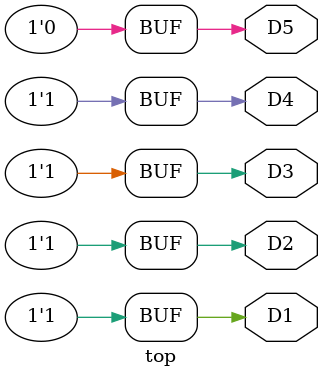
<source format=v>
`default_nettype none

module top (
	output wire	D1,
	output wire	D2,
	output wire	D3,
	output wire	D4,
	output wire	D5
);

	assign D1 = 1;
	assign D2 = 1;
	assign D3 = 1;
	assign D4 = 1;
	assign D5 = 0;

endmodule

</source>
